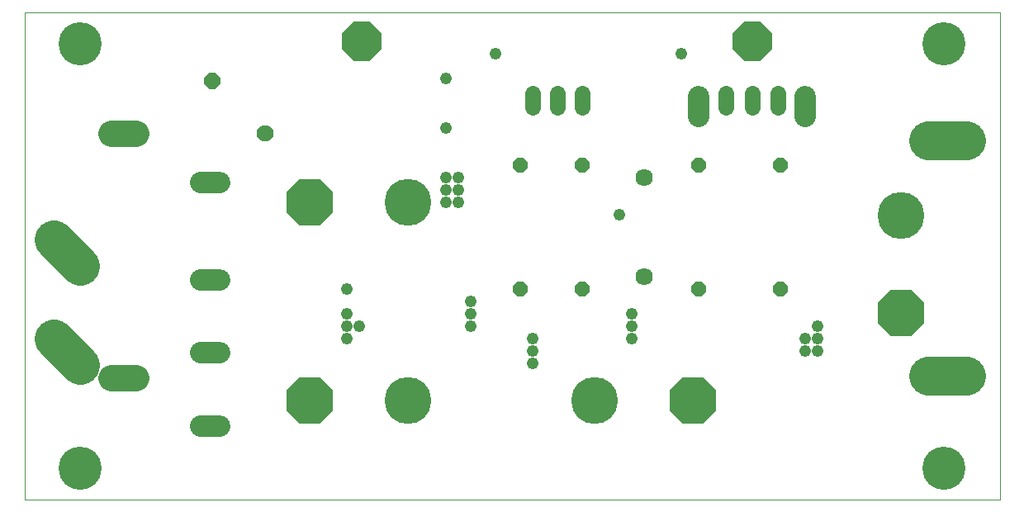
<source format=gts>
G75*
%MOIN*%
%OFA0B0*%
%FSLAX25Y25*%
%IPPOS*%
%LPD*%
%AMOC8*
5,1,8,0,0,1.08239X$1,22.5*
%
%ADD10C,0.08610*%
%ADD11C,0.10800*%
%ADD12OC8,0.05975*%
%ADD13C,0.01296*%
%ADD14C,0.06480*%
%ADD15OC8,0.15824*%
%ADD16C,0.00000*%
%ADD17C,0.17398*%
%ADD18C,0.15824*%
%ADD19C,0.07048*%
%ADD20C,0.18900*%
%ADD21OC8,0.18900*%
%ADD22C,0.06391*%
%ADD23C,0.04762*%
D10*
X0076132Y0037864D02*
X0083942Y0037864D01*
X0083942Y0067392D02*
X0076132Y0067392D01*
X0076132Y0096919D02*
X0083942Y0096919D01*
X0083942Y0136289D02*
X0076132Y0136289D01*
X0277277Y0162995D02*
X0277277Y0170805D01*
X0320277Y0170805D02*
X0320277Y0162995D01*
D11*
X0050037Y0155865D02*
X0040037Y0155865D01*
X0040037Y0057265D02*
X0050037Y0057265D01*
D12*
X0205037Y0093140D03*
X0230037Y0093140D03*
X0277084Y0093140D03*
X0310037Y0093140D03*
X0310037Y0143140D03*
X0277084Y0143140D03*
X0230037Y0143140D03*
X0205037Y0143140D03*
D13*
X0102534Y0154126D02*
X0103182Y0153478D01*
X0101034Y0153478D01*
X0099517Y0154995D01*
X0099517Y0157143D01*
X0101034Y0158660D01*
X0103182Y0158660D01*
X0104699Y0157143D01*
X0104699Y0154995D01*
X0103182Y0153478D01*
X0102779Y0154450D01*
X0101437Y0154450D01*
X0100489Y0155398D01*
X0100489Y0156740D01*
X0101437Y0157688D01*
X0102779Y0157688D01*
X0103727Y0156740D01*
X0103727Y0155398D01*
X0102779Y0154450D01*
X0102376Y0155422D01*
X0101840Y0155422D01*
X0101461Y0155801D01*
X0101461Y0156337D01*
X0101840Y0156716D01*
X0102376Y0156716D01*
X0102755Y0156337D01*
X0102755Y0155801D01*
X0102376Y0155422D01*
X0081320Y0175339D02*
X0081968Y0174691D01*
X0079820Y0174691D01*
X0078303Y0176208D01*
X0078303Y0178356D01*
X0079820Y0179873D01*
X0081968Y0179873D01*
X0083485Y0178356D01*
X0083485Y0176208D01*
X0081968Y0174691D01*
X0081565Y0175663D01*
X0080223Y0175663D01*
X0079275Y0176611D01*
X0079275Y0177953D01*
X0080223Y0178901D01*
X0081565Y0178901D01*
X0082513Y0177953D01*
X0082513Y0176611D01*
X0081565Y0175663D01*
X0081162Y0176635D01*
X0080626Y0176635D01*
X0080247Y0177014D01*
X0080247Y0177550D01*
X0080626Y0177929D01*
X0081162Y0177929D01*
X0081541Y0177550D01*
X0081541Y0177014D01*
X0081162Y0176635D01*
D14*
X0210037Y0172240D02*
X0210037Y0166560D01*
X0220037Y0166560D02*
X0220037Y0172240D01*
X0230037Y0172240D02*
X0230037Y0166560D01*
D15*
X0298777Y0193140D03*
X0141296Y0193140D03*
D16*
X0005037Y0204990D02*
X0005037Y0008140D01*
X0398737Y0008140D01*
X0398737Y0204990D01*
X0005037Y0204990D01*
D17*
X0027674Y0192195D03*
X0027674Y0020935D03*
X0376100Y0020935D03*
X0376100Y0192195D03*
D18*
X0370013Y0153140D02*
X0385037Y0153140D01*
X0385037Y0058140D02*
X0370013Y0058140D01*
X0027471Y0062516D02*
X0016848Y0073140D01*
X0027471Y0102516D02*
X0016848Y0113140D01*
D19*
X0255037Y0098140D03*
X0255037Y0138140D03*
D20*
X0159722Y0128140D03*
X0159722Y0048140D03*
X0235351Y0048140D03*
X0358698Y0122825D03*
D21*
X0358698Y0083455D03*
X0274722Y0048140D03*
X0120351Y0048140D03*
X0120351Y0128140D03*
D22*
X0288304Y0166604D02*
X0288304Y0172195D01*
X0298777Y0172195D02*
X0298777Y0166604D01*
X0309249Y0166604D02*
X0309249Y0172195D01*
D23*
X0270037Y0188140D03*
X0195037Y0188140D03*
X0175037Y0178140D03*
X0175037Y0158140D03*
X0175037Y0138140D03*
X0180037Y0138140D03*
X0180037Y0133140D03*
X0175037Y0133140D03*
X0175037Y0128140D03*
X0180037Y0128140D03*
X0245037Y0123140D03*
X0185037Y0088140D03*
X0185037Y0083140D03*
X0185037Y0078140D03*
X0210037Y0073140D03*
X0210037Y0068140D03*
X0210037Y0063140D03*
X0250037Y0073140D03*
X0250037Y0078140D03*
X0250037Y0083140D03*
X0320037Y0073140D03*
X0325037Y0073140D03*
X0325037Y0078140D03*
X0325037Y0068140D03*
X0320037Y0068140D03*
X0140037Y0078140D03*
X0135037Y0078140D03*
X0135037Y0073140D03*
X0135037Y0083140D03*
X0135037Y0093140D03*
M02*

</source>
